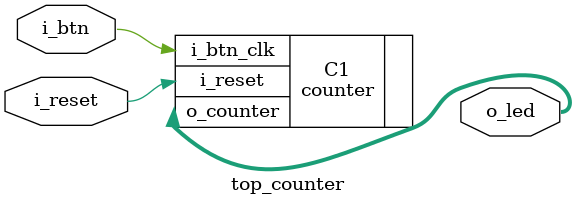
<source format=v>
`timescale 1ns / 1ps

module top_counter(

    input i_btn,
    input i_reset,
    output [2:0] o_led

    );

    counter C1(
    .i_btn_clk(i_btn),
    .i_reset(i_reset),
    .o_counter(o_led)
    );


endmodule



</source>
